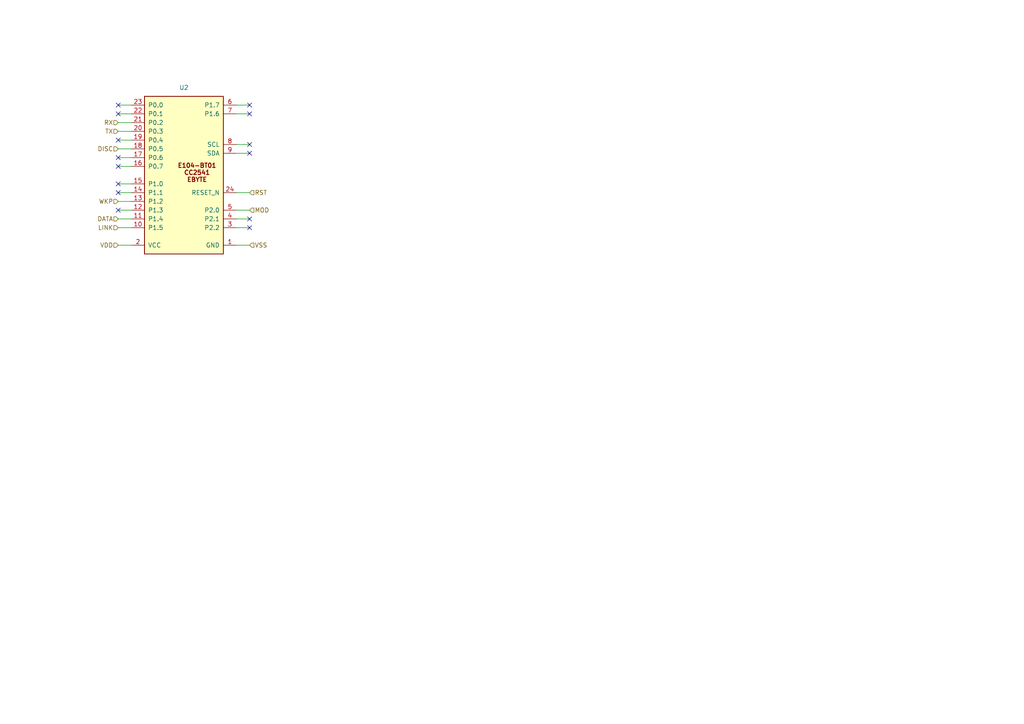
<source format=kicad_sch>
(kicad_sch (version 20231120) (generator "eeschema") (generator_version "8.0")
  (paper "A4")
  (title_block (title "Bluetooth Module") (date "2024-12-19") (rev "Yaohui") (company "Ebyte"))
  (lib_symbols
    (symbol "Library:E104-BT01" (pin_names (offset 1.0142))
      (property "Reference" "U?" (at 0 24.8157 0))
      (symbol "E104-BT01_1_1"
        (rectangle (start -11.43 -24.13) (end 11.43 21.59) (stroke (width 0.254)) (fill (type background)))
        (text "E104-BT01\nCC2541\nEBYTE" (at 3.81 -0.508 0) (effects (font (size 1.27 1.27) (thickness 0.254) (bold yes))))
        (pin power_in line (at 15.24 -21.59 180) (length 3.81) (name "GND") (number "1"))
        (pin output line (at -15.24 -16.51 0) (length 3.81) (name "P1.5") (number "10"))
        (pin output line (at -15.24 -13.97 0) (length 3.81) (name "P1.4") (number "11"))
        (pin bidirectional line (at -15.24 -11.43 0) (length 3.81) (name "P1.3") (number "12"))
        (pin input line (at -15.24 -8.89 0) (length 3.81) (name "P1.2") (number "13"))
        (pin bidirectional line (at -15.24 -6.35 0) (length 3.81) (name "P1.1") (number "14"))
        (pin bidirectional line (at -15.24 -3.81 0) (length 3.81) (name "P1.0") (number "15"))
        (pin output line (at -15.24 1.27 0) (length 3.81) (name "P0.7") (number "16"))
        (pin output line (at -15.24 3.81 0) (length 3.81) (name "P0.6") (number "17"))
        (pin input line (at -15.24 6.35 0) (length 3.81) (name "P0.5") (number "18"))
        (pin bidirectional line (at -15.24 8.89 0) (length 3.81) (name "P0.4") (number "19"))
        (pin power_in line (at -15.24 -21.59 0) (length 3.81) (name "VCC") (number "2"))
        (pin input line (at -15.24 11.43 0) (length 3.81) (name "P0.3") (number "20"))
        (pin input line (at -15.24 13.97 0) (length 3.81) (name "P0.2") (number "21"))
        (pin input line (at -15.24 16.51 0) (length 3.81) (name "P0.1") (number "22"))
        (pin input line (at -15.24 19.05 0) (length 3.81) (name "P0.0") (number "23"))
        (pin input line (at 15.24 -6.35 180) (length 3.81) (name "RESET_N") (number "24"))
        (pin bidirectional line (at 15.24 -16.51 180) (length 3.81) (name "P2.2") (number "3"))
        (pin input line (at 15.24 -13.97 180) (length 3.81) (name "P2.1") (number "4"))
        (pin input line (at 15.24 -11.43 180) (length 3.81) (name "P2.0") (number "5"))
        (pin bidirectional line (at 15.24 19.05 180) (length 3.81) (name "P1.7") (number "6"))
        (pin bidirectional line (at 15.24 16.51 180) (length 3.81) (name "P1.6") (number "7"))
        (pin bidirectional line (at 15.24 7.62 180) (length 3.81) (name "SCL") (number "8"))
        (pin bidirectional line (at 15.24 5.08 180) (length 3.81) (name "SDA") (number "9"))
      )
    )
  )
  (no_connect (at 34.29 45.72))
  (no_connect (at 72.39 33.02))
  (no_connect (at 34.29 33.02))
  (no_connect (at 34.29 40.64))
  (no_connect (at 72.39 66.04))
  (no_connect (at 72.39 63.5))
  (no_connect (at 34.29 53.34))
  (no_connect (at 34.29 30.48))
  (no_connect (at 34.29 60.96))
  (no_connect (at 72.39 44.45))
  (no_connect (at 72.39 30.48))
  (no_connect (at 72.39 41.91))
  (no_connect (at 34.29 48.26))
  (no_connect (at 34.29 55.88))
  (wire (pts (xy 34.29 71.12) (xy 38.1 71.12)))
  (wire (pts (xy 72.39 41.91) (xy 68.58 41.91)))
  (wire (pts (xy 34.29 43.18) (xy 38.1 43.18)))
  (wire (pts (xy 34.29 63.5) (xy 38.1 63.5)))
  (wire (pts (xy 34.29 45.72) (xy 38.1 45.72)))
  (wire (pts (xy 72.39 33.02) (xy 68.58 33.02)))
  (wire (pts (xy 34.29 53.34) (xy 38.1 53.34)))
  (wire (pts (xy 34.29 60.96) (xy 38.1 60.96)))
  (wire (pts (xy 72.39 63.5) (xy 68.58 63.5)))
  (wire (pts (xy 68.58 60.96) (xy 72.39 60.96)))
  (wire (pts (xy 72.39 30.48) (xy 68.58 30.48)))
  (wire (pts (xy 72.39 66.04) (xy 68.58 66.04)))
  (wire (pts (xy 34.29 66.04) (xy 38.1 66.04)))
  (wire (pts (xy 34.29 48.26) (xy 38.1 48.26)))
  (wire (pts (xy 34.29 38.1) (xy 38.1 38.1)))
  (wire (pts (xy 72.39 44.45) (xy 68.58 44.45)))
  (wire (pts (xy 68.58 55.88) (xy 72.39 55.88)))
  (wire (pts (xy 34.29 55.88) (xy 38.1 55.88)))
  (wire (pts (xy 34.29 30.48) (xy 38.1 30.48)))
  (wire (pts (xy 34.29 40.64) (xy 38.1 40.64)))
  (wire (pts (xy 68.58 71.12) (xy 72.39 71.12)))
  (wire (pts (xy 34.29 33.02) (xy 38.1 33.02)))
  (wire (pts (xy 34.29 58.42) (xy 38.1 58.42)))
  (wire (pts (xy 34.29 35.56) (xy 38.1 35.56)))
  (hierarchical_label "TX" (shape input) (at 34.29 38.1 180))
  (hierarchical_label "VSS" (shape input) (at 72.39 71.12 0))
  (hierarchical_label "VDD" (shape input) (at 34.29 71.12 180))
  (hierarchical_label "MOD" (shape input) (at 72.39 60.96 0))
  (hierarchical_label "LINK" (shape input) (at 34.29 66.04 180))
  (hierarchical_label "RX" (shape input) (at 34.29 35.56 180))
  (hierarchical_label "WKP" (shape input) (at 34.29 58.42 180))
  (hierarchical_label "RST" (shape input) (at 72.39 55.88 0))
  (hierarchical_label "DATA" (shape input) (at 34.29 63.5 180))
  (hierarchical_label "DISC" (shape input) (at 34.29 43.18 180))
  (symbol (lib_id "Library:E104-BT01") (at 53.34 49.53 0) (unit 1)
    (property "Reference" "U2" (at 53.34 25.4 0))
    (property "Footprint" "E104-BT01_Bluetooth:PE104-BT01" (effects (hide yes)))
    (property "Description" "亿佰特CC2541无线模块BLE蓝牙4.0低功耗主从airsync微信|串口透传" (effects (hide yes)))
    (property "Mpn" "E104-BT01" (effects (hide yes)))
    (property "Manufacturer" "EBYTE" (effects (hide yes)))
    (property "Type" "E104-BT01" (effects (hide yes)))
  )
)
</source>
